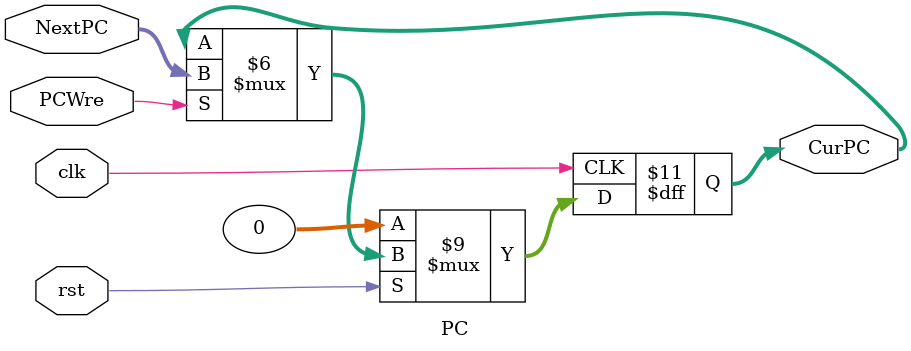
<source format=v>
`timescale 1ns / 1ps

module PC(
    clk, rst, 
    PCWre, NextPC, CurPC
);

input clk;
input rst;
input PCWre;
input [31:0] NextPC;
output [31:0] CurPC;

wire clk;
wire rst;
wire PCWre;
wire [31:0] NextPC;
reg [31:0] CurPC;

initial
begin
    // 初始化数据
    CurPC <= 32'b0;
end

always @(posedge clk)
begin
    if(rst == 1'b0) CurPC <= 32'b0;
    else begin
        if(PCWre == 1'b1) CurPC <= NextPC;
        else CurPC <= CurPC;
    end
end

endmodule

</source>
